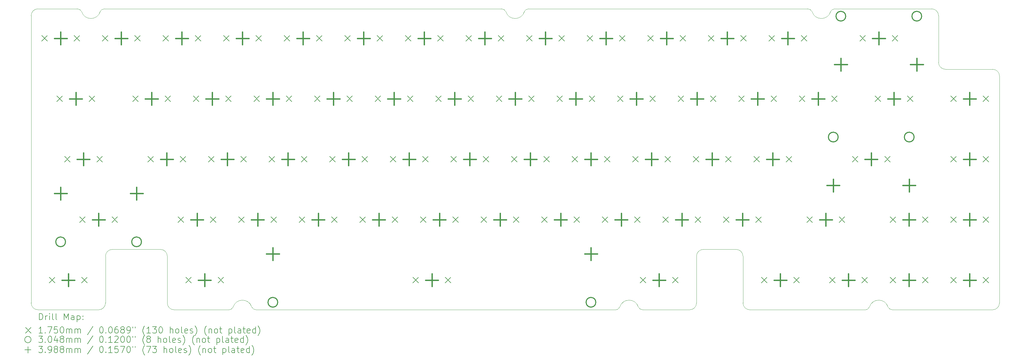
<source format=gbr>
%FSLAX45Y45*%
G04 Gerber Fmt 4.5, Leading zero omitted, Abs format (unit mm)*
G04 Created by KiCad (PCBNEW (6.0.1)) date 2022-06-10 16:34:41*
%MOMM*%
%LPD*%
G01*
G04 APERTURE LIST*
%TA.AperFunction,Profile*%
%ADD10C,0.050000*%
%TD*%
%ADD11C,0.200000*%
%ADD12C,0.175000*%
%ADD13C,0.304800*%
%ADD14C,0.398780*%
G04 APERTURE END LIST*
D10*
X19329400Y-11176000D02*
X20802600Y-11176222D01*
X2438400Y-10960100D02*
X2438400Y-9486900D01*
X30540960Y-10960100D02*
X30543500Y-3810000D01*
X7035800Y-11087100D02*
G75*
G03*
X6451600Y-11087100I-292100J-88984D01*
G01*
X317764Y-11175736D02*
X2222500Y-11176000D01*
X22479000Y-10960100D02*
G75*
G03*
X22694900Y-11176000I215900J0D01*
G01*
X2406463Y-1689100D02*
G75*
G03*
X2273300Y-1778000I0J-144183D01*
G01*
X30543500Y-3810000D02*
G75*
G03*
X30327600Y-3594100I-215900J0D01*
G01*
X22694900Y-11176000D02*
X26320937Y-11176000D01*
X7175500Y-11176000D02*
X18472337Y-11176000D01*
X4381500Y-9486900D02*
G75*
G03*
X4165600Y-9271000I-215900J0D01*
G01*
X19189700Y-11087100D02*
G75*
G03*
X18605500Y-11087100I-292100J-88984D01*
G01*
X2222500Y-11176000D02*
G75*
G03*
X2438400Y-10960100I0J215900D01*
G01*
X18472337Y-11176000D02*
G75*
G03*
X18605500Y-11087100I0J144183D01*
G01*
X24511000Y-1689100D02*
X15741463Y-1689100D01*
X14884400Y-1689100D02*
X2406463Y-1689100D01*
X28625800Y-1905000D02*
G75*
G03*
X28409900Y-1688854I-216146J0D01*
G01*
X28409900Y-1688854D02*
X27171463Y-1688630D01*
X28626064Y-3377936D02*
X28625800Y-1905000D01*
X27171463Y-1688630D02*
X25368063Y-1689100D01*
X101864Y-10959836D02*
X101864Y-1905264D01*
X28626064Y-3377936D02*
G75*
G03*
X28841964Y-3593836I215900J0D01*
G01*
X26320937Y-11176000D02*
G75*
G03*
X26454100Y-11087100I0J144183D01*
G01*
X7035800Y-11087100D02*
G75*
G03*
X7175500Y-11176000I139700J65314D01*
G01*
X27038300Y-11087100D02*
G75*
G03*
X26454100Y-11087100I-292100J-88984D01*
G01*
X22479000Y-9486900D02*
X22479000Y-10960100D01*
X2654300Y-9271000D02*
G75*
G03*
X2438400Y-9486900I0J-215900D01*
G01*
X4381764Y-10959836D02*
G75*
G03*
X4597664Y-11175736I215900J0D01*
G01*
X27178000Y-11176000D02*
X30325060Y-11176000D01*
X317764Y-1689364D02*
G75*
G03*
X101864Y-1905264I0J-215900D01*
G01*
X22479000Y-9486900D02*
G75*
G03*
X22263100Y-9271000I-215900J0D01*
G01*
X24650700Y-1778000D02*
G75*
G03*
X25234900Y-1778000I292100J88984D01*
G01*
X6318437Y-11176000D02*
G75*
G03*
X6451600Y-11087100I0J144183D01*
G01*
X4381500Y-9486900D02*
X4381764Y-10959836D01*
X30327600Y-3594100D02*
X28841964Y-3593836D01*
X21234400Y-9271000D02*
X22263100Y-9271000D01*
X30325060Y-11176000D02*
G75*
G03*
X30540960Y-10960100I0J215900D01*
G01*
X4597664Y-11175736D02*
X6318437Y-11176000D01*
X1689100Y-1778000D02*
G75*
G03*
X2273300Y-1778000I292100J88984D01*
G01*
X20802600Y-11176222D02*
G75*
G03*
X21018500Y-10960100I-222J216122D01*
G01*
X25368063Y-1689100D02*
G75*
G03*
X25234900Y-1778000I0J-144183D01*
G01*
X1549400Y-1689100D02*
X317764Y-1689364D01*
X15024100Y-1778000D02*
G75*
G03*
X15608300Y-1778000I292100J88984D01*
G01*
X101864Y-10959836D02*
G75*
G03*
X317764Y-11175736I215900J0D01*
G01*
X15741463Y-1689100D02*
G75*
G03*
X15608300Y-1778000I0J-144183D01*
G01*
X24650700Y-1778000D02*
G75*
G03*
X24511000Y-1689100I-139700J-65314D01*
G01*
X2654300Y-9271000D02*
X4165600Y-9271000D01*
X21018500Y-10960100D02*
X21018500Y-9486900D01*
X27038300Y-11087100D02*
G75*
G03*
X27178000Y-11176000I139700J65314D01*
G01*
X15024100Y-1778000D02*
G75*
G03*
X14884400Y-1689100I-139700J-65314D01*
G01*
X21234400Y-9271000D02*
G75*
G03*
X21018500Y-9486900I0J-215900D01*
G01*
X19189700Y-11087100D02*
G75*
G03*
X19329400Y-11176000I139700J65314D01*
G01*
X1689100Y-1778000D02*
G75*
G03*
X1549400Y-1689100I-139700J-65314D01*
G01*
D11*
D12*
X436375Y-2531875D02*
X611375Y-2706875D01*
X611375Y-2531875D02*
X436375Y-2706875D01*
X674500Y-10151875D02*
X849500Y-10326875D01*
X849500Y-10151875D02*
X674500Y-10326875D01*
X912625Y-4436875D02*
X1087625Y-4611875D01*
X1087625Y-4436875D02*
X912625Y-4611875D01*
X1150750Y-6341875D02*
X1325750Y-6516875D01*
X1325750Y-6341875D02*
X1150750Y-6516875D01*
X1452375Y-2531875D02*
X1627375Y-2706875D01*
X1627375Y-2531875D02*
X1452375Y-2706875D01*
X1627000Y-8246875D02*
X1802000Y-8421875D01*
X1802000Y-8246875D02*
X1627000Y-8421875D01*
X1690500Y-10151875D02*
X1865500Y-10326875D01*
X1865500Y-10151875D02*
X1690500Y-10326875D01*
X1928625Y-4436875D02*
X2103625Y-4611875D01*
X2103625Y-4436875D02*
X1928625Y-4611875D01*
X2166750Y-6341875D02*
X2341750Y-6516875D01*
X2341750Y-6341875D02*
X2166750Y-6516875D01*
X2341375Y-2531875D02*
X2516375Y-2706875D01*
X2516375Y-2531875D02*
X2341375Y-2706875D01*
X2643000Y-8246875D02*
X2818000Y-8421875D01*
X2818000Y-8246875D02*
X2643000Y-8421875D01*
X3293875Y-4436875D02*
X3468875Y-4611875D01*
X3468875Y-4436875D02*
X3293875Y-4611875D01*
X3357375Y-2531875D02*
X3532375Y-2706875D01*
X3532375Y-2531875D02*
X3357375Y-2706875D01*
X3770125Y-6341875D02*
X3945125Y-6516875D01*
X3945125Y-6341875D02*
X3770125Y-6516875D01*
X4246375Y-2531875D02*
X4421375Y-2706875D01*
X4421375Y-2531875D02*
X4246375Y-2706875D01*
X4309875Y-4436875D02*
X4484875Y-4611875D01*
X4484875Y-4436875D02*
X4309875Y-4611875D01*
X4722625Y-8246875D02*
X4897625Y-8421875D01*
X4897625Y-8246875D02*
X4722625Y-8421875D01*
X4786125Y-6341875D02*
X4961125Y-6516875D01*
X4961125Y-6341875D02*
X4786125Y-6516875D01*
X4960750Y-10151875D02*
X5135750Y-10326875D01*
X5135750Y-10151875D02*
X4960750Y-10326875D01*
X5198875Y-4436875D02*
X5373875Y-4611875D01*
X5373875Y-4436875D02*
X5198875Y-4611875D01*
X5262375Y-2531875D02*
X5437375Y-2706875D01*
X5437375Y-2531875D02*
X5262375Y-2706875D01*
X5675125Y-6341875D02*
X5850125Y-6516875D01*
X5850125Y-6341875D02*
X5675125Y-6516875D01*
X5738625Y-8246875D02*
X5913625Y-8421875D01*
X5913625Y-8246875D02*
X5738625Y-8421875D01*
X5976750Y-10151875D02*
X6151750Y-10326875D01*
X6151750Y-10151875D02*
X5976750Y-10326875D01*
X6151375Y-2531875D02*
X6326375Y-2706875D01*
X6326375Y-2531875D02*
X6151375Y-2706875D01*
X6214875Y-4436875D02*
X6389875Y-4611875D01*
X6389875Y-4436875D02*
X6214875Y-4611875D01*
X6627625Y-8246875D02*
X6802625Y-8421875D01*
X6802625Y-8246875D02*
X6627625Y-8421875D01*
X6691125Y-6341875D02*
X6866125Y-6516875D01*
X6866125Y-6341875D02*
X6691125Y-6516875D01*
X7103875Y-4436875D02*
X7278875Y-4611875D01*
X7278875Y-4436875D02*
X7103875Y-4611875D01*
X7167375Y-2531875D02*
X7342375Y-2706875D01*
X7342375Y-2531875D02*
X7167375Y-2706875D01*
X7580125Y-6341875D02*
X7755125Y-6516875D01*
X7755125Y-6341875D02*
X7580125Y-6516875D01*
X7643625Y-8246875D02*
X7818625Y-8421875D01*
X7818625Y-8246875D02*
X7643625Y-8421875D01*
X8056375Y-2531875D02*
X8231375Y-2706875D01*
X8231375Y-2531875D02*
X8056375Y-2706875D01*
X8119875Y-4436875D02*
X8294875Y-4611875D01*
X8294875Y-4436875D02*
X8119875Y-4611875D01*
X8532625Y-8246875D02*
X8707625Y-8421875D01*
X8707625Y-8246875D02*
X8532625Y-8421875D01*
X8596125Y-6341875D02*
X8771125Y-6516875D01*
X8771125Y-6341875D02*
X8596125Y-6516875D01*
X9008875Y-4436875D02*
X9183875Y-4611875D01*
X9183875Y-4436875D02*
X9008875Y-4611875D01*
X9072375Y-2531875D02*
X9247375Y-2706875D01*
X9247375Y-2531875D02*
X9072375Y-2706875D01*
X9485125Y-6341875D02*
X9660125Y-6516875D01*
X9660125Y-6341875D02*
X9485125Y-6516875D01*
X9548625Y-8246875D02*
X9723625Y-8421875D01*
X9723625Y-8246875D02*
X9548625Y-8421875D01*
X9961375Y-2531875D02*
X10136375Y-2706875D01*
X10136375Y-2531875D02*
X9961375Y-2706875D01*
X10024875Y-4436875D02*
X10199875Y-4611875D01*
X10199875Y-4436875D02*
X10024875Y-4611875D01*
X10437625Y-8246875D02*
X10612625Y-8421875D01*
X10612625Y-8246875D02*
X10437625Y-8421875D01*
X10501125Y-6341875D02*
X10676125Y-6516875D01*
X10676125Y-6341875D02*
X10501125Y-6516875D01*
X10913875Y-4436875D02*
X11088875Y-4611875D01*
X11088875Y-4436875D02*
X10913875Y-4611875D01*
X10977375Y-2531875D02*
X11152375Y-2706875D01*
X11152375Y-2531875D02*
X10977375Y-2706875D01*
X11390125Y-6341875D02*
X11565125Y-6516875D01*
X11565125Y-6341875D02*
X11390125Y-6516875D01*
X11453625Y-8246875D02*
X11628625Y-8421875D01*
X11628625Y-8246875D02*
X11453625Y-8421875D01*
X11866375Y-2531875D02*
X12041375Y-2706875D01*
X12041375Y-2531875D02*
X11866375Y-2706875D01*
X11929875Y-4436875D02*
X12104875Y-4611875D01*
X12104875Y-4436875D02*
X11929875Y-4611875D01*
X12104500Y-10151875D02*
X12279500Y-10326875D01*
X12279500Y-10151875D02*
X12104500Y-10326875D01*
X12342625Y-8246875D02*
X12517625Y-8421875D01*
X12517625Y-8246875D02*
X12342625Y-8421875D01*
X12406125Y-6341875D02*
X12581125Y-6516875D01*
X12581125Y-6341875D02*
X12406125Y-6516875D01*
X12818875Y-4436875D02*
X12993875Y-4611875D01*
X12993875Y-4436875D02*
X12818875Y-4611875D01*
X12882375Y-2531875D02*
X13057375Y-2706875D01*
X13057375Y-2531875D02*
X12882375Y-2706875D01*
X13120500Y-10151875D02*
X13295500Y-10326875D01*
X13295500Y-10151875D02*
X13120500Y-10326875D01*
X13295125Y-6341875D02*
X13470125Y-6516875D01*
X13470125Y-6341875D02*
X13295125Y-6516875D01*
X13358625Y-8246875D02*
X13533625Y-8421875D01*
X13533625Y-8246875D02*
X13358625Y-8421875D01*
X13771375Y-2531875D02*
X13946375Y-2706875D01*
X13946375Y-2531875D02*
X13771375Y-2706875D01*
X13834875Y-4436875D02*
X14009875Y-4611875D01*
X14009875Y-4436875D02*
X13834875Y-4611875D01*
X14247625Y-8246875D02*
X14422625Y-8421875D01*
X14422625Y-8246875D02*
X14247625Y-8421875D01*
X14311125Y-6341875D02*
X14486125Y-6516875D01*
X14486125Y-6341875D02*
X14311125Y-6516875D01*
X14723875Y-4436875D02*
X14898875Y-4611875D01*
X14898875Y-4436875D02*
X14723875Y-4611875D01*
X14787375Y-2531875D02*
X14962375Y-2706875D01*
X14962375Y-2531875D02*
X14787375Y-2706875D01*
X15200125Y-6341875D02*
X15375125Y-6516875D01*
X15375125Y-6341875D02*
X15200125Y-6516875D01*
X15263625Y-8246875D02*
X15438625Y-8421875D01*
X15438625Y-8246875D02*
X15263625Y-8421875D01*
X15676375Y-2531875D02*
X15851375Y-2706875D01*
X15851375Y-2531875D02*
X15676375Y-2706875D01*
X15739875Y-4436875D02*
X15914875Y-4611875D01*
X15914875Y-4436875D02*
X15739875Y-4611875D01*
X16152625Y-8246875D02*
X16327625Y-8421875D01*
X16327625Y-8246875D02*
X16152625Y-8421875D01*
X16216125Y-6341875D02*
X16391125Y-6516875D01*
X16391125Y-6341875D02*
X16216125Y-6516875D01*
X16628875Y-4436875D02*
X16803875Y-4611875D01*
X16803875Y-4436875D02*
X16628875Y-4611875D01*
X16692375Y-2531875D02*
X16867375Y-2706875D01*
X16867375Y-2531875D02*
X16692375Y-2706875D01*
X17105125Y-6341875D02*
X17280125Y-6516875D01*
X17280125Y-6341875D02*
X17105125Y-6516875D01*
X17168625Y-8246875D02*
X17343625Y-8421875D01*
X17343625Y-8246875D02*
X17168625Y-8421875D01*
X17581375Y-2531875D02*
X17756375Y-2706875D01*
X17756375Y-2531875D02*
X17581375Y-2706875D01*
X17644875Y-4436875D02*
X17819875Y-4611875D01*
X17819875Y-4436875D02*
X17644875Y-4611875D01*
X18057625Y-8246875D02*
X18232625Y-8421875D01*
X18232625Y-8246875D02*
X18057625Y-8421875D01*
X18121125Y-6341875D02*
X18296125Y-6516875D01*
X18296125Y-6341875D02*
X18121125Y-6516875D01*
X18533875Y-4436875D02*
X18708875Y-4611875D01*
X18708875Y-4436875D02*
X18533875Y-4611875D01*
X18597375Y-2531875D02*
X18772375Y-2706875D01*
X18772375Y-2531875D02*
X18597375Y-2706875D01*
X19010125Y-6341875D02*
X19185125Y-6516875D01*
X19185125Y-6341875D02*
X19010125Y-6516875D01*
X19073625Y-8246875D02*
X19248625Y-8421875D01*
X19248625Y-8246875D02*
X19073625Y-8421875D01*
X19248250Y-10151875D02*
X19423250Y-10326875D01*
X19423250Y-10151875D02*
X19248250Y-10326875D01*
X19486375Y-2531875D02*
X19661375Y-2706875D01*
X19661375Y-2531875D02*
X19486375Y-2706875D01*
X19549875Y-4436875D02*
X19724875Y-4611875D01*
X19724875Y-4436875D02*
X19549875Y-4611875D01*
X19962625Y-8246875D02*
X20137625Y-8421875D01*
X20137625Y-8246875D02*
X19962625Y-8421875D01*
X20026125Y-6341875D02*
X20201125Y-6516875D01*
X20201125Y-6341875D02*
X20026125Y-6516875D01*
X20264250Y-10151875D02*
X20439250Y-10326875D01*
X20439250Y-10151875D02*
X20264250Y-10326875D01*
X20438875Y-4436875D02*
X20613875Y-4611875D01*
X20613875Y-4436875D02*
X20438875Y-4611875D01*
X20502375Y-2531875D02*
X20677375Y-2706875D01*
X20677375Y-2531875D02*
X20502375Y-2706875D01*
X20915125Y-6341875D02*
X21090125Y-6516875D01*
X21090125Y-6341875D02*
X20915125Y-6516875D01*
X20978625Y-8246875D02*
X21153625Y-8421875D01*
X21153625Y-8246875D02*
X20978625Y-8421875D01*
X21391375Y-2531875D02*
X21566375Y-2706875D01*
X21566375Y-2531875D02*
X21391375Y-2706875D01*
X21454875Y-4436875D02*
X21629875Y-4611875D01*
X21629875Y-4436875D02*
X21454875Y-4611875D01*
X21867625Y-8246875D02*
X22042625Y-8421875D01*
X22042625Y-8246875D02*
X21867625Y-8421875D01*
X21931125Y-6341875D02*
X22106125Y-6516875D01*
X22106125Y-6341875D02*
X21931125Y-6516875D01*
X22343875Y-4436875D02*
X22518875Y-4611875D01*
X22518875Y-4436875D02*
X22343875Y-4611875D01*
X22407375Y-2531875D02*
X22582375Y-2706875D01*
X22582375Y-2531875D02*
X22407375Y-2706875D01*
X22820125Y-6341875D02*
X22995125Y-6516875D01*
X22995125Y-6341875D02*
X22820125Y-6516875D01*
X22883625Y-8246875D02*
X23058625Y-8421875D01*
X23058625Y-8246875D02*
X22883625Y-8421875D01*
X23058250Y-10151875D02*
X23233250Y-10326875D01*
X23233250Y-10151875D02*
X23058250Y-10326875D01*
X23296375Y-2531875D02*
X23471375Y-2706875D01*
X23471375Y-2531875D02*
X23296375Y-2706875D01*
X23359875Y-4436875D02*
X23534875Y-4611875D01*
X23534875Y-4436875D02*
X23359875Y-4611875D01*
X23836125Y-6341875D02*
X24011125Y-6516875D01*
X24011125Y-6341875D02*
X23836125Y-6516875D01*
X24074250Y-10151875D02*
X24249250Y-10326875D01*
X24249250Y-10151875D02*
X24074250Y-10326875D01*
X24248875Y-4436875D02*
X24423875Y-4611875D01*
X24423875Y-4436875D02*
X24248875Y-4611875D01*
X24312375Y-2531875D02*
X24487375Y-2706875D01*
X24487375Y-2531875D02*
X24312375Y-2706875D01*
X24487000Y-8246875D02*
X24662000Y-8421875D01*
X24662000Y-8246875D02*
X24487000Y-8421875D01*
X25201375Y-10151875D02*
X25376375Y-10326875D01*
X25376375Y-10151875D02*
X25201375Y-10326875D01*
X25264875Y-4436875D02*
X25439875Y-4611875D01*
X25439875Y-4436875D02*
X25264875Y-4611875D01*
X25503000Y-8246875D02*
X25678000Y-8421875D01*
X25678000Y-8246875D02*
X25503000Y-8421875D01*
X25915750Y-6341875D02*
X26090750Y-6516875D01*
X26090750Y-6341875D02*
X25915750Y-6516875D01*
X26153875Y-2531875D02*
X26328875Y-2706875D01*
X26328875Y-2531875D02*
X26153875Y-2706875D01*
X26217375Y-10151875D02*
X26392375Y-10326875D01*
X26392375Y-10151875D02*
X26217375Y-10326875D01*
X26630125Y-4436875D02*
X26805125Y-4611875D01*
X26805125Y-4436875D02*
X26630125Y-4611875D01*
X26931750Y-6341875D02*
X27106750Y-6516875D01*
X27106750Y-6341875D02*
X26931750Y-6516875D01*
X27106375Y-8246875D02*
X27281375Y-8421875D01*
X27281375Y-8246875D02*
X27106375Y-8421875D01*
X27106375Y-10151875D02*
X27281375Y-10326875D01*
X27281375Y-10151875D02*
X27106375Y-10326875D01*
X27169875Y-2531875D02*
X27344875Y-2706875D01*
X27344875Y-2531875D02*
X27169875Y-2706875D01*
X27646125Y-4436875D02*
X27821125Y-4611875D01*
X27821125Y-4436875D02*
X27646125Y-4611875D01*
X28122375Y-8246875D02*
X28297375Y-8421875D01*
X28297375Y-8246875D02*
X28122375Y-8421875D01*
X28122375Y-10151875D02*
X28297375Y-10326875D01*
X28297375Y-10151875D02*
X28122375Y-10326875D01*
X29011375Y-4436875D02*
X29186375Y-4611875D01*
X29186375Y-4436875D02*
X29011375Y-4611875D01*
X29011375Y-6341875D02*
X29186375Y-6516875D01*
X29186375Y-6341875D02*
X29011375Y-6516875D01*
X29011375Y-8246875D02*
X29186375Y-8421875D01*
X29186375Y-8246875D02*
X29011375Y-8421875D01*
X29011375Y-10151875D02*
X29186375Y-10326875D01*
X29186375Y-10151875D02*
X29011375Y-10326875D01*
X30027375Y-4436875D02*
X30202375Y-4611875D01*
X30202375Y-4436875D02*
X30027375Y-4611875D01*
X30027375Y-6341875D02*
X30202375Y-6516875D01*
X30202375Y-6341875D02*
X30027375Y-6516875D01*
X30027375Y-8246875D02*
X30202375Y-8421875D01*
X30202375Y-8246875D02*
X30027375Y-8421875D01*
X30027375Y-10151875D02*
X30202375Y-10326875D01*
X30202375Y-10151875D02*
X30027375Y-10326875D01*
D13*
X1181100Y-9032875D02*
G75*
G03*
X1181100Y-9032875I-152400J0D01*
G01*
X3568700Y-9032875D02*
G75*
G03*
X3568700Y-9032875I-152400J0D01*
G01*
X7852410Y-10937875D02*
G75*
G03*
X7852410Y-10937875I-152400J0D01*
G01*
X17852390Y-10937875D02*
G75*
G03*
X17852390Y-10937875I-152400J0D01*
G01*
X25469850Y-5730875D02*
G75*
G03*
X25469850Y-5730875I-152400J0D01*
G01*
X25707975Y-1920875D02*
G75*
G03*
X25707975Y-1920875I-152400J0D01*
G01*
X27857450Y-5730875D02*
G75*
G03*
X27857450Y-5730875I-152400J0D01*
G01*
X28095575Y-1920875D02*
G75*
G03*
X28095575Y-1920875I-152400J0D01*
G01*
D14*
X1028700Y-7309485D02*
X1028700Y-7708265D01*
X829310Y-7508875D02*
X1228090Y-7508875D01*
X1031875Y-2419985D02*
X1031875Y-2818765D01*
X832485Y-2619375D02*
X1231265Y-2619375D01*
X1270000Y-10039985D02*
X1270000Y-10438765D01*
X1070610Y-10239375D02*
X1469390Y-10239375D01*
X1508125Y-4324985D02*
X1508125Y-4723765D01*
X1308735Y-4524375D02*
X1707515Y-4524375D01*
X1746250Y-6229985D02*
X1746250Y-6628765D01*
X1546860Y-6429375D02*
X1945640Y-6429375D01*
X2222500Y-8134985D02*
X2222500Y-8533765D01*
X2023110Y-8334375D02*
X2421890Y-8334375D01*
X2936875Y-2419985D02*
X2936875Y-2818765D01*
X2737485Y-2619375D02*
X3136265Y-2619375D01*
X3416300Y-7309485D02*
X3416300Y-7708265D01*
X3216910Y-7508875D02*
X3615690Y-7508875D01*
X3889375Y-4324985D02*
X3889375Y-4723765D01*
X3689985Y-4524375D02*
X4088765Y-4524375D01*
X4365625Y-6229985D02*
X4365625Y-6628765D01*
X4166235Y-6429375D02*
X4565015Y-6429375D01*
X4841875Y-2419985D02*
X4841875Y-2818765D01*
X4642485Y-2619375D02*
X5041265Y-2619375D01*
X5318125Y-8134985D02*
X5318125Y-8533765D01*
X5118735Y-8334375D02*
X5517515Y-8334375D01*
X5556250Y-10039985D02*
X5556250Y-10438765D01*
X5356860Y-10239375D02*
X5755640Y-10239375D01*
X5794375Y-4324985D02*
X5794375Y-4723765D01*
X5594985Y-4524375D02*
X5993765Y-4524375D01*
X6270625Y-6229985D02*
X6270625Y-6628765D01*
X6071235Y-6429375D02*
X6470015Y-6429375D01*
X6746875Y-2419985D02*
X6746875Y-2818765D01*
X6547485Y-2619375D02*
X6946265Y-2619375D01*
X7223125Y-8134985D02*
X7223125Y-8533765D01*
X7023735Y-8334375D02*
X7422515Y-8334375D01*
X7699375Y-4324985D02*
X7699375Y-4723765D01*
X7499985Y-4524375D02*
X7898765Y-4524375D01*
X7700010Y-9214485D02*
X7700010Y-9613265D01*
X7500620Y-9413875D02*
X7899400Y-9413875D01*
X8175625Y-6229985D02*
X8175625Y-6628765D01*
X7976235Y-6429375D02*
X8375015Y-6429375D01*
X8651875Y-2419985D02*
X8651875Y-2818765D01*
X8452485Y-2619375D02*
X8851265Y-2619375D01*
X9128125Y-8134985D02*
X9128125Y-8533765D01*
X8928735Y-8334375D02*
X9327515Y-8334375D01*
X9604375Y-4324985D02*
X9604375Y-4723765D01*
X9404985Y-4524375D02*
X9803765Y-4524375D01*
X10080625Y-6229985D02*
X10080625Y-6628765D01*
X9881235Y-6429375D02*
X10280015Y-6429375D01*
X10556875Y-2419985D02*
X10556875Y-2818765D01*
X10357485Y-2619375D02*
X10756265Y-2619375D01*
X11033125Y-8134985D02*
X11033125Y-8533765D01*
X10833735Y-8334375D02*
X11232515Y-8334375D01*
X11509375Y-4324985D02*
X11509375Y-4723765D01*
X11309985Y-4524375D02*
X11708765Y-4524375D01*
X11985625Y-6229985D02*
X11985625Y-6628765D01*
X11786235Y-6429375D02*
X12185015Y-6429375D01*
X12461875Y-2419985D02*
X12461875Y-2818765D01*
X12262485Y-2619375D02*
X12661265Y-2619375D01*
X12700000Y-10039985D02*
X12700000Y-10438765D01*
X12500610Y-10239375D02*
X12899390Y-10239375D01*
X12938125Y-8134985D02*
X12938125Y-8533765D01*
X12738735Y-8334375D02*
X13137515Y-8334375D01*
X13414375Y-4324985D02*
X13414375Y-4723765D01*
X13214985Y-4524375D02*
X13613765Y-4524375D01*
X13890625Y-6229985D02*
X13890625Y-6628765D01*
X13691235Y-6429375D02*
X14090015Y-6429375D01*
X14366875Y-2419985D02*
X14366875Y-2818765D01*
X14167485Y-2619375D02*
X14566265Y-2619375D01*
X14843125Y-8134985D02*
X14843125Y-8533765D01*
X14643735Y-8334375D02*
X15042515Y-8334375D01*
X15319375Y-4324985D02*
X15319375Y-4723765D01*
X15119985Y-4524375D02*
X15518765Y-4524375D01*
X15795625Y-6229985D02*
X15795625Y-6628765D01*
X15596235Y-6429375D02*
X15995015Y-6429375D01*
X16271875Y-2419985D02*
X16271875Y-2818765D01*
X16072485Y-2619375D02*
X16471265Y-2619375D01*
X16748125Y-8134985D02*
X16748125Y-8533765D01*
X16548735Y-8334375D02*
X16947515Y-8334375D01*
X17224375Y-4324985D02*
X17224375Y-4723765D01*
X17024985Y-4524375D02*
X17423765Y-4524375D01*
X17699990Y-9214485D02*
X17699990Y-9613265D01*
X17500600Y-9413875D02*
X17899380Y-9413875D01*
X17700625Y-6229985D02*
X17700625Y-6628765D01*
X17501235Y-6429375D02*
X17900015Y-6429375D01*
X18176875Y-2419985D02*
X18176875Y-2818765D01*
X17977485Y-2619375D02*
X18376265Y-2619375D01*
X18653125Y-8134985D02*
X18653125Y-8533765D01*
X18453735Y-8334375D02*
X18852515Y-8334375D01*
X19129375Y-4324985D02*
X19129375Y-4723765D01*
X18929985Y-4524375D02*
X19328765Y-4524375D01*
X19605625Y-6229985D02*
X19605625Y-6628765D01*
X19406235Y-6429375D02*
X19805015Y-6429375D01*
X19843750Y-10039985D02*
X19843750Y-10438765D01*
X19644360Y-10239375D02*
X20043140Y-10239375D01*
X20081875Y-2419985D02*
X20081875Y-2818765D01*
X19882485Y-2619375D02*
X20281265Y-2619375D01*
X20558125Y-8134985D02*
X20558125Y-8533765D01*
X20358735Y-8334375D02*
X20757515Y-8334375D01*
X21034375Y-4324985D02*
X21034375Y-4723765D01*
X20834985Y-4524375D02*
X21233765Y-4524375D01*
X21510625Y-6229985D02*
X21510625Y-6628765D01*
X21311235Y-6429375D02*
X21710015Y-6429375D01*
X21986875Y-2419985D02*
X21986875Y-2818765D01*
X21787485Y-2619375D02*
X22186265Y-2619375D01*
X22463125Y-8134985D02*
X22463125Y-8533765D01*
X22263735Y-8334375D02*
X22662515Y-8334375D01*
X22939375Y-4324985D02*
X22939375Y-4723765D01*
X22739985Y-4524375D02*
X23138765Y-4524375D01*
X23415625Y-6229985D02*
X23415625Y-6628765D01*
X23216235Y-6429375D02*
X23615015Y-6429375D01*
X23653750Y-10039985D02*
X23653750Y-10438765D01*
X23454360Y-10239375D02*
X23853140Y-10239375D01*
X23891875Y-2419985D02*
X23891875Y-2818765D01*
X23692485Y-2619375D02*
X24091265Y-2619375D01*
X24844375Y-4324985D02*
X24844375Y-4723765D01*
X24644985Y-4524375D02*
X25043765Y-4524375D01*
X25082500Y-8134985D02*
X25082500Y-8533765D01*
X24883110Y-8334375D02*
X25281890Y-8334375D01*
X25317450Y-7055485D02*
X25317450Y-7454265D01*
X25118060Y-7254875D02*
X25516840Y-7254875D01*
X25555575Y-3245485D02*
X25555575Y-3644265D01*
X25356185Y-3444875D02*
X25754965Y-3444875D01*
X25796875Y-10039985D02*
X25796875Y-10438765D01*
X25597485Y-10239375D02*
X25996265Y-10239375D01*
X26511250Y-6229985D02*
X26511250Y-6628765D01*
X26311860Y-6429375D02*
X26710640Y-6429375D01*
X26749375Y-2419985D02*
X26749375Y-2818765D01*
X26549985Y-2619375D02*
X26948765Y-2619375D01*
X27225625Y-4324985D02*
X27225625Y-4723765D01*
X27026235Y-4524375D02*
X27425015Y-4524375D01*
X27701875Y-8134985D02*
X27701875Y-8533765D01*
X27502485Y-8334375D02*
X27901265Y-8334375D01*
X27701875Y-10039985D02*
X27701875Y-10438765D01*
X27502485Y-10239375D02*
X27901265Y-10239375D01*
X27705050Y-7055485D02*
X27705050Y-7454265D01*
X27505660Y-7254875D02*
X27904440Y-7254875D01*
X27943175Y-3245485D02*
X27943175Y-3644265D01*
X27743785Y-3444875D02*
X28142565Y-3444875D01*
X29606875Y-4324985D02*
X29606875Y-4723765D01*
X29407485Y-4524375D02*
X29806265Y-4524375D01*
X29606875Y-6229985D02*
X29606875Y-6628765D01*
X29407485Y-6429375D02*
X29806265Y-6429375D01*
X29606875Y-8134985D02*
X29606875Y-8533765D01*
X29407485Y-8334375D02*
X29806265Y-8334375D01*
X29606875Y-10039985D02*
X29606875Y-10438765D01*
X29407485Y-10239375D02*
X29806265Y-10239375D01*
D11*
X356983Y-11489198D02*
X356983Y-11289198D01*
X404602Y-11289198D01*
X433174Y-11298722D01*
X452221Y-11317770D01*
X461745Y-11336817D01*
X471269Y-11374913D01*
X471269Y-11403484D01*
X461745Y-11441579D01*
X452221Y-11460627D01*
X433174Y-11479675D01*
X404602Y-11489198D01*
X356983Y-11489198D01*
X556983Y-11489198D02*
X556983Y-11355865D01*
X556983Y-11393960D02*
X566507Y-11374913D01*
X576031Y-11365389D01*
X595079Y-11355865D01*
X614126Y-11355865D01*
X680793Y-11489198D02*
X680793Y-11355865D01*
X680793Y-11289198D02*
X671269Y-11298722D01*
X680793Y-11308246D01*
X690317Y-11298722D01*
X680793Y-11289198D01*
X680793Y-11308246D01*
X804602Y-11489198D02*
X785555Y-11479675D01*
X776031Y-11460627D01*
X776031Y-11289198D01*
X909364Y-11489198D02*
X890317Y-11479675D01*
X880793Y-11460627D01*
X880793Y-11289198D01*
X1137936Y-11489198D02*
X1137936Y-11289198D01*
X1204602Y-11432056D01*
X1271269Y-11289198D01*
X1271269Y-11489198D01*
X1452221Y-11489198D02*
X1452221Y-11384436D01*
X1442698Y-11365389D01*
X1423650Y-11355865D01*
X1385555Y-11355865D01*
X1366507Y-11365389D01*
X1452221Y-11479675D02*
X1433174Y-11489198D01*
X1385555Y-11489198D01*
X1366507Y-11479675D01*
X1356983Y-11460627D01*
X1356983Y-11441579D01*
X1366507Y-11422532D01*
X1385555Y-11413008D01*
X1433174Y-11413008D01*
X1452221Y-11403484D01*
X1547460Y-11355865D02*
X1547460Y-11555865D01*
X1547460Y-11365389D02*
X1566507Y-11355865D01*
X1604602Y-11355865D01*
X1623650Y-11365389D01*
X1633174Y-11374913D01*
X1642698Y-11393960D01*
X1642698Y-11451103D01*
X1633174Y-11470151D01*
X1623650Y-11479675D01*
X1604602Y-11489198D01*
X1566507Y-11489198D01*
X1547460Y-11479675D01*
X1728412Y-11470151D02*
X1737936Y-11479675D01*
X1728412Y-11489198D01*
X1718888Y-11479675D01*
X1728412Y-11470151D01*
X1728412Y-11489198D01*
X1728412Y-11365389D02*
X1737936Y-11374913D01*
X1728412Y-11384436D01*
X1718888Y-11374913D01*
X1728412Y-11365389D01*
X1728412Y-11384436D01*
D12*
X-75636Y-11731222D02*
X99364Y-11906222D01*
X99364Y-11731222D02*
X-75636Y-11906222D01*
D11*
X461745Y-11909198D02*
X347460Y-11909198D01*
X404602Y-11909198D02*
X404602Y-11709198D01*
X385555Y-11737770D01*
X366507Y-11756817D01*
X347460Y-11766341D01*
X547460Y-11890151D02*
X556983Y-11899675D01*
X547460Y-11909198D01*
X537936Y-11899675D01*
X547460Y-11890151D01*
X547460Y-11909198D01*
X623650Y-11709198D02*
X756983Y-11709198D01*
X671269Y-11909198D01*
X928412Y-11709198D02*
X833174Y-11709198D01*
X823650Y-11804436D01*
X833174Y-11794913D01*
X852221Y-11785389D01*
X899840Y-11785389D01*
X918888Y-11794913D01*
X928412Y-11804436D01*
X937936Y-11823484D01*
X937936Y-11871103D01*
X928412Y-11890151D01*
X918888Y-11899675D01*
X899840Y-11909198D01*
X852221Y-11909198D01*
X833174Y-11899675D01*
X823650Y-11890151D01*
X1061745Y-11709198D02*
X1080793Y-11709198D01*
X1099841Y-11718722D01*
X1109364Y-11728246D01*
X1118888Y-11747294D01*
X1128412Y-11785389D01*
X1128412Y-11833008D01*
X1118888Y-11871103D01*
X1109364Y-11890151D01*
X1099841Y-11899675D01*
X1080793Y-11909198D01*
X1061745Y-11909198D01*
X1042698Y-11899675D01*
X1033174Y-11890151D01*
X1023650Y-11871103D01*
X1014126Y-11833008D01*
X1014126Y-11785389D01*
X1023650Y-11747294D01*
X1033174Y-11728246D01*
X1042698Y-11718722D01*
X1061745Y-11709198D01*
X1214126Y-11909198D02*
X1214126Y-11775865D01*
X1214126Y-11794913D02*
X1223650Y-11785389D01*
X1242698Y-11775865D01*
X1271269Y-11775865D01*
X1290317Y-11785389D01*
X1299841Y-11804436D01*
X1299841Y-11909198D01*
X1299841Y-11804436D02*
X1309364Y-11785389D01*
X1328412Y-11775865D01*
X1356983Y-11775865D01*
X1376031Y-11785389D01*
X1385555Y-11804436D01*
X1385555Y-11909198D01*
X1480793Y-11909198D02*
X1480793Y-11775865D01*
X1480793Y-11794913D02*
X1490317Y-11785389D01*
X1509364Y-11775865D01*
X1537936Y-11775865D01*
X1556983Y-11785389D01*
X1566507Y-11804436D01*
X1566507Y-11909198D01*
X1566507Y-11804436D02*
X1576031Y-11785389D01*
X1595079Y-11775865D01*
X1623650Y-11775865D01*
X1642698Y-11785389D01*
X1652221Y-11804436D01*
X1652221Y-11909198D01*
X2042698Y-11699675D02*
X1871269Y-11956817D01*
X2299841Y-11709198D02*
X2318888Y-11709198D01*
X2337936Y-11718722D01*
X2347460Y-11728246D01*
X2356983Y-11747294D01*
X2366507Y-11785389D01*
X2366507Y-11833008D01*
X2356983Y-11871103D01*
X2347460Y-11890151D01*
X2337936Y-11899675D01*
X2318888Y-11909198D01*
X2299841Y-11909198D01*
X2280793Y-11899675D01*
X2271269Y-11890151D01*
X2261745Y-11871103D01*
X2252222Y-11833008D01*
X2252222Y-11785389D01*
X2261745Y-11747294D01*
X2271269Y-11728246D01*
X2280793Y-11718722D01*
X2299841Y-11709198D01*
X2452222Y-11890151D02*
X2461745Y-11899675D01*
X2452222Y-11909198D01*
X2442698Y-11899675D01*
X2452222Y-11890151D01*
X2452222Y-11909198D01*
X2585555Y-11709198D02*
X2604602Y-11709198D01*
X2623650Y-11718722D01*
X2633174Y-11728246D01*
X2642698Y-11747294D01*
X2652222Y-11785389D01*
X2652222Y-11833008D01*
X2642698Y-11871103D01*
X2633174Y-11890151D01*
X2623650Y-11899675D01*
X2604602Y-11909198D01*
X2585555Y-11909198D01*
X2566507Y-11899675D01*
X2556983Y-11890151D01*
X2547460Y-11871103D01*
X2537936Y-11833008D01*
X2537936Y-11785389D01*
X2547460Y-11747294D01*
X2556983Y-11728246D01*
X2566507Y-11718722D01*
X2585555Y-11709198D01*
X2823650Y-11709198D02*
X2785555Y-11709198D01*
X2766507Y-11718722D01*
X2756983Y-11728246D01*
X2737936Y-11756817D01*
X2728412Y-11794913D01*
X2728412Y-11871103D01*
X2737936Y-11890151D01*
X2747460Y-11899675D01*
X2766507Y-11909198D01*
X2804602Y-11909198D01*
X2823650Y-11899675D01*
X2833174Y-11890151D01*
X2842698Y-11871103D01*
X2842698Y-11823484D01*
X2833174Y-11804436D01*
X2823650Y-11794913D01*
X2804602Y-11785389D01*
X2766507Y-11785389D01*
X2747460Y-11794913D01*
X2737936Y-11804436D01*
X2728412Y-11823484D01*
X2956983Y-11794913D02*
X2937936Y-11785389D01*
X2928412Y-11775865D01*
X2918888Y-11756817D01*
X2918888Y-11747294D01*
X2928412Y-11728246D01*
X2937936Y-11718722D01*
X2956983Y-11709198D01*
X2995079Y-11709198D01*
X3014126Y-11718722D01*
X3023650Y-11728246D01*
X3033174Y-11747294D01*
X3033174Y-11756817D01*
X3023650Y-11775865D01*
X3014126Y-11785389D01*
X2995079Y-11794913D01*
X2956983Y-11794913D01*
X2937936Y-11804436D01*
X2928412Y-11813960D01*
X2918888Y-11833008D01*
X2918888Y-11871103D01*
X2928412Y-11890151D01*
X2937936Y-11899675D01*
X2956983Y-11909198D01*
X2995079Y-11909198D01*
X3014126Y-11899675D01*
X3023650Y-11890151D01*
X3033174Y-11871103D01*
X3033174Y-11833008D01*
X3023650Y-11813960D01*
X3014126Y-11804436D01*
X2995079Y-11794913D01*
X3128412Y-11909198D02*
X3166507Y-11909198D01*
X3185555Y-11899675D01*
X3195079Y-11890151D01*
X3214126Y-11861579D01*
X3223650Y-11823484D01*
X3223650Y-11747294D01*
X3214126Y-11728246D01*
X3204602Y-11718722D01*
X3185555Y-11709198D01*
X3147460Y-11709198D01*
X3128412Y-11718722D01*
X3118888Y-11728246D01*
X3109364Y-11747294D01*
X3109364Y-11794913D01*
X3118888Y-11813960D01*
X3128412Y-11823484D01*
X3147460Y-11833008D01*
X3185555Y-11833008D01*
X3204602Y-11823484D01*
X3214126Y-11813960D01*
X3223650Y-11794913D01*
X3299840Y-11709198D02*
X3299840Y-11747294D01*
X3376031Y-11709198D02*
X3376031Y-11747294D01*
X3671269Y-11985389D02*
X3661745Y-11975865D01*
X3642698Y-11947294D01*
X3633174Y-11928246D01*
X3623650Y-11899675D01*
X3614126Y-11852056D01*
X3614126Y-11813960D01*
X3623650Y-11766341D01*
X3633174Y-11737770D01*
X3642698Y-11718722D01*
X3661745Y-11690151D01*
X3671269Y-11680627D01*
X3852221Y-11909198D02*
X3737936Y-11909198D01*
X3795079Y-11909198D02*
X3795079Y-11709198D01*
X3776031Y-11737770D01*
X3756983Y-11756817D01*
X3737936Y-11766341D01*
X3918888Y-11709198D02*
X4042698Y-11709198D01*
X3976031Y-11785389D01*
X4004602Y-11785389D01*
X4023650Y-11794913D01*
X4033174Y-11804436D01*
X4042698Y-11823484D01*
X4042698Y-11871103D01*
X4033174Y-11890151D01*
X4023650Y-11899675D01*
X4004602Y-11909198D01*
X3947460Y-11909198D01*
X3928412Y-11899675D01*
X3918888Y-11890151D01*
X4166507Y-11709198D02*
X4185555Y-11709198D01*
X4204602Y-11718722D01*
X4214126Y-11728246D01*
X4223650Y-11747294D01*
X4233174Y-11785389D01*
X4233174Y-11833008D01*
X4223650Y-11871103D01*
X4214126Y-11890151D01*
X4204602Y-11899675D01*
X4185555Y-11909198D01*
X4166507Y-11909198D01*
X4147460Y-11899675D01*
X4137936Y-11890151D01*
X4128412Y-11871103D01*
X4118888Y-11833008D01*
X4118888Y-11785389D01*
X4128412Y-11747294D01*
X4137936Y-11728246D01*
X4147460Y-11718722D01*
X4166507Y-11709198D01*
X4471269Y-11909198D02*
X4471269Y-11709198D01*
X4556983Y-11909198D02*
X4556983Y-11804436D01*
X4547460Y-11785389D01*
X4528412Y-11775865D01*
X4499841Y-11775865D01*
X4480793Y-11785389D01*
X4471269Y-11794913D01*
X4680793Y-11909198D02*
X4661745Y-11899675D01*
X4652222Y-11890151D01*
X4642698Y-11871103D01*
X4642698Y-11813960D01*
X4652222Y-11794913D01*
X4661745Y-11785389D01*
X4680793Y-11775865D01*
X4709364Y-11775865D01*
X4728412Y-11785389D01*
X4737936Y-11794913D01*
X4747460Y-11813960D01*
X4747460Y-11871103D01*
X4737936Y-11890151D01*
X4728412Y-11899675D01*
X4709364Y-11909198D01*
X4680793Y-11909198D01*
X4861745Y-11909198D02*
X4842698Y-11899675D01*
X4833174Y-11880627D01*
X4833174Y-11709198D01*
X5014126Y-11899675D02*
X4995079Y-11909198D01*
X4956983Y-11909198D01*
X4937936Y-11899675D01*
X4928412Y-11880627D01*
X4928412Y-11804436D01*
X4937936Y-11785389D01*
X4956983Y-11775865D01*
X4995079Y-11775865D01*
X5014126Y-11785389D01*
X5023650Y-11804436D01*
X5023650Y-11823484D01*
X4928412Y-11842532D01*
X5099841Y-11899675D02*
X5118888Y-11909198D01*
X5156983Y-11909198D01*
X5176031Y-11899675D01*
X5185555Y-11880627D01*
X5185555Y-11871103D01*
X5176031Y-11852056D01*
X5156983Y-11842532D01*
X5128412Y-11842532D01*
X5109364Y-11833008D01*
X5099841Y-11813960D01*
X5099841Y-11804436D01*
X5109364Y-11785389D01*
X5128412Y-11775865D01*
X5156983Y-11775865D01*
X5176031Y-11785389D01*
X5252222Y-11985389D02*
X5261745Y-11975865D01*
X5280793Y-11947294D01*
X5290317Y-11928246D01*
X5299841Y-11899675D01*
X5309364Y-11852056D01*
X5309364Y-11813960D01*
X5299841Y-11766341D01*
X5290317Y-11737770D01*
X5280793Y-11718722D01*
X5261745Y-11690151D01*
X5252222Y-11680627D01*
X5614126Y-11985389D02*
X5604602Y-11975865D01*
X5585555Y-11947294D01*
X5576031Y-11928246D01*
X5566507Y-11899675D01*
X5556983Y-11852056D01*
X5556983Y-11813960D01*
X5566507Y-11766341D01*
X5576031Y-11737770D01*
X5585555Y-11718722D01*
X5604602Y-11690151D01*
X5614126Y-11680627D01*
X5690317Y-11775865D02*
X5690317Y-11909198D01*
X5690317Y-11794913D02*
X5699840Y-11785389D01*
X5718888Y-11775865D01*
X5747460Y-11775865D01*
X5766507Y-11785389D01*
X5776031Y-11804436D01*
X5776031Y-11909198D01*
X5899840Y-11909198D02*
X5880793Y-11899675D01*
X5871269Y-11890151D01*
X5861745Y-11871103D01*
X5861745Y-11813960D01*
X5871269Y-11794913D01*
X5880793Y-11785389D01*
X5899840Y-11775865D01*
X5928412Y-11775865D01*
X5947460Y-11785389D01*
X5956983Y-11794913D01*
X5966507Y-11813960D01*
X5966507Y-11871103D01*
X5956983Y-11890151D01*
X5947460Y-11899675D01*
X5928412Y-11909198D01*
X5899840Y-11909198D01*
X6023650Y-11775865D02*
X6099840Y-11775865D01*
X6052221Y-11709198D02*
X6052221Y-11880627D01*
X6061745Y-11899675D01*
X6080793Y-11909198D01*
X6099840Y-11909198D01*
X6318888Y-11775865D02*
X6318888Y-11975865D01*
X6318888Y-11785389D02*
X6337936Y-11775865D01*
X6376031Y-11775865D01*
X6395079Y-11785389D01*
X6404602Y-11794913D01*
X6414126Y-11813960D01*
X6414126Y-11871103D01*
X6404602Y-11890151D01*
X6395079Y-11899675D01*
X6376031Y-11909198D01*
X6337936Y-11909198D01*
X6318888Y-11899675D01*
X6528412Y-11909198D02*
X6509364Y-11899675D01*
X6499840Y-11880627D01*
X6499840Y-11709198D01*
X6690317Y-11909198D02*
X6690317Y-11804436D01*
X6680793Y-11785389D01*
X6661745Y-11775865D01*
X6623650Y-11775865D01*
X6604602Y-11785389D01*
X6690317Y-11899675D02*
X6671269Y-11909198D01*
X6623650Y-11909198D01*
X6604602Y-11899675D01*
X6595079Y-11880627D01*
X6595079Y-11861579D01*
X6604602Y-11842532D01*
X6623650Y-11833008D01*
X6671269Y-11833008D01*
X6690317Y-11823484D01*
X6756983Y-11775865D02*
X6833174Y-11775865D01*
X6785555Y-11709198D02*
X6785555Y-11880627D01*
X6795079Y-11899675D01*
X6814126Y-11909198D01*
X6833174Y-11909198D01*
X6976031Y-11899675D02*
X6956983Y-11909198D01*
X6918888Y-11909198D01*
X6899840Y-11899675D01*
X6890317Y-11880627D01*
X6890317Y-11804436D01*
X6899840Y-11785389D01*
X6918888Y-11775865D01*
X6956983Y-11775865D01*
X6976031Y-11785389D01*
X6985555Y-11804436D01*
X6985555Y-11823484D01*
X6890317Y-11842532D01*
X7156983Y-11909198D02*
X7156983Y-11709198D01*
X7156983Y-11899675D02*
X7137936Y-11909198D01*
X7099840Y-11909198D01*
X7080793Y-11899675D01*
X7071269Y-11890151D01*
X7061745Y-11871103D01*
X7061745Y-11813960D01*
X7071269Y-11794913D01*
X7080793Y-11785389D01*
X7099840Y-11775865D01*
X7137936Y-11775865D01*
X7156983Y-11785389D01*
X7233174Y-11985389D02*
X7242698Y-11975865D01*
X7261745Y-11947294D01*
X7271269Y-11928246D01*
X7280793Y-11899675D01*
X7290317Y-11852056D01*
X7290317Y-11813960D01*
X7280793Y-11766341D01*
X7271269Y-11737770D01*
X7261745Y-11718722D01*
X7242698Y-11690151D01*
X7233174Y-11680627D01*
X99364Y-12113722D02*
G75*
G03*
X99364Y-12113722I-100000J0D01*
G01*
X337936Y-12004198D02*
X461745Y-12004198D01*
X395079Y-12080389D01*
X423650Y-12080389D01*
X442698Y-12089913D01*
X452221Y-12099436D01*
X461745Y-12118484D01*
X461745Y-12166103D01*
X452221Y-12185151D01*
X442698Y-12194675D01*
X423650Y-12204198D01*
X366507Y-12204198D01*
X347460Y-12194675D01*
X337936Y-12185151D01*
X547460Y-12185151D02*
X556983Y-12194675D01*
X547460Y-12204198D01*
X537936Y-12194675D01*
X547460Y-12185151D01*
X547460Y-12204198D01*
X680793Y-12004198D02*
X699840Y-12004198D01*
X718888Y-12013722D01*
X728412Y-12023246D01*
X737936Y-12042294D01*
X747460Y-12080389D01*
X747460Y-12128008D01*
X737936Y-12166103D01*
X728412Y-12185151D01*
X718888Y-12194675D01*
X699840Y-12204198D01*
X680793Y-12204198D01*
X661745Y-12194675D01*
X652222Y-12185151D01*
X642698Y-12166103D01*
X633174Y-12128008D01*
X633174Y-12080389D01*
X642698Y-12042294D01*
X652222Y-12023246D01*
X661745Y-12013722D01*
X680793Y-12004198D01*
X918888Y-12070865D02*
X918888Y-12204198D01*
X871269Y-11994675D02*
X823650Y-12137532D01*
X947460Y-12137532D01*
X1052222Y-12089913D02*
X1033174Y-12080389D01*
X1023650Y-12070865D01*
X1014126Y-12051817D01*
X1014126Y-12042294D01*
X1023650Y-12023246D01*
X1033174Y-12013722D01*
X1052222Y-12004198D01*
X1090317Y-12004198D01*
X1109364Y-12013722D01*
X1118888Y-12023246D01*
X1128412Y-12042294D01*
X1128412Y-12051817D01*
X1118888Y-12070865D01*
X1109364Y-12080389D01*
X1090317Y-12089913D01*
X1052222Y-12089913D01*
X1033174Y-12099436D01*
X1023650Y-12108960D01*
X1014126Y-12128008D01*
X1014126Y-12166103D01*
X1023650Y-12185151D01*
X1033174Y-12194675D01*
X1052222Y-12204198D01*
X1090317Y-12204198D01*
X1109364Y-12194675D01*
X1118888Y-12185151D01*
X1128412Y-12166103D01*
X1128412Y-12128008D01*
X1118888Y-12108960D01*
X1109364Y-12099436D01*
X1090317Y-12089913D01*
X1214126Y-12204198D02*
X1214126Y-12070865D01*
X1214126Y-12089913D02*
X1223650Y-12080389D01*
X1242698Y-12070865D01*
X1271269Y-12070865D01*
X1290317Y-12080389D01*
X1299841Y-12099436D01*
X1299841Y-12204198D01*
X1299841Y-12099436D02*
X1309364Y-12080389D01*
X1328412Y-12070865D01*
X1356983Y-12070865D01*
X1376031Y-12080389D01*
X1385555Y-12099436D01*
X1385555Y-12204198D01*
X1480793Y-12204198D02*
X1480793Y-12070865D01*
X1480793Y-12089913D02*
X1490317Y-12080389D01*
X1509364Y-12070865D01*
X1537936Y-12070865D01*
X1556983Y-12080389D01*
X1566507Y-12099436D01*
X1566507Y-12204198D01*
X1566507Y-12099436D02*
X1576031Y-12080389D01*
X1595079Y-12070865D01*
X1623650Y-12070865D01*
X1642698Y-12080389D01*
X1652221Y-12099436D01*
X1652221Y-12204198D01*
X2042698Y-11994675D02*
X1871269Y-12251817D01*
X2299841Y-12004198D02*
X2318888Y-12004198D01*
X2337936Y-12013722D01*
X2347460Y-12023246D01*
X2356983Y-12042294D01*
X2366507Y-12080389D01*
X2366507Y-12128008D01*
X2356983Y-12166103D01*
X2347460Y-12185151D01*
X2337936Y-12194675D01*
X2318888Y-12204198D01*
X2299841Y-12204198D01*
X2280793Y-12194675D01*
X2271269Y-12185151D01*
X2261745Y-12166103D01*
X2252222Y-12128008D01*
X2252222Y-12080389D01*
X2261745Y-12042294D01*
X2271269Y-12023246D01*
X2280793Y-12013722D01*
X2299841Y-12004198D01*
X2452222Y-12185151D02*
X2461745Y-12194675D01*
X2452222Y-12204198D01*
X2442698Y-12194675D01*
X2452222Y-12185151D01*
X2452222Y-12204198D01*
X2652222Y-12204198D02*
X2537936Y-12204198D01*
X2595079Y-12204198D02*
X2595079Y-12004198D01*
X2576031Y-12032770D01*
X2556983Y-12051817D01*
X2537936Y-12061341D01*
X2728412Y-12023246D02*
X2737936Y-12013722D01*
X2756983Y-12004198D01*
X2804602Y-12004198D01*
X2823650Y-12013722D01*
X2833174Y-12023246D01*
X2842698Y-12042294D01*
X2842698Y-12061341D01*
X2833174Y-12089913D01*
X2718888Y-12204198D01*
X2842698Y-12204198D01*
X2966507Y-12004198D02*
X2985555Y-12004198D01*
X3004602Y-12013722D01*
X3014126Y-12023246D01*
X3023650Y-12042294D01*
X3033174Y-12080389D01*
X3033174Y-12128008D01*
X3023650Y-12166103D01*
X3014126Y-12185151D01*
X3004602Y-12194675D01*
X2985555Y-12204198D01*
X2966507Y-12204198D01*
X2947460Y-12194675D01*
X2937936Y-12185151D01*
X2928412Y-12166103D01*
X2918888Y-12128008D01*
X2918888Y-12080389D01*
X2928412Y-12042294D01*
X2937936Y-12023246D01*
X2947460Y-12013722D01*
X2966507Y-12004198D01*
X3156983Y-12004198D02*
X3176031Y-12004198D01*
X3195079Y-12013722D01*
X3204602Y-12023246D01*
X3214126Y-12042294D01*
X3223650Y-12080389D01*
X3223650Y-12128008D01*
X3214126Y-12166103D01*
X3204602Y-12185151D01*
X3195079Y-12194675D01*
X3176031Y-12204198D01*
X3156983Y-12204198D01*
X3137936Y-12194675D01*
X3128412Y-12185151D01*
X3118888Y-12166103D01*
X3109364Y-12128008D01*
X3109364Y-12080389D01*
X3118888Y-12042294D01*
X3128412Y-12023246D01*
X3137936Y-12013722D01*
X3156983Y-12004198D01*
X3299840Y-12004198D02*
X3299840Y-12042294D01*
X3376031Y-12004198D02*
X3376031Y-12042294D01*
X3671269Y-12280389D02*
X3661745Y-12270865D01*
X3642698Y-12242294D01*
X3633174Y-12223246D01*
X3623650Y-12194675D01*
X3614126Y-12147056D01*
X3614126Y-12108960D01*
X3623650Y-12061341D01*
X3633174Y-12032770D01*
X3642698Y-12013722D01*
X3661745Y-11985151D01*
X3671269Y-11975627D01*
X3776031Y-12089913D02*
X3756983Y-12080389D01*
X3747460Y-12070865D01*
X3737936Y-12051817D01*
X3737936Y-12042294D01*
X3747460Y-12023246D01*
X3756983Y-12013722D01*
X3776031Y-12004198D01*
X3814126Y-12004198D01*
X3833174Y-12013722D01*
X3842698Y-12023246D01*
X3852221Y-12042294D01*
X3852221Y-12051817D01*
X3842698Y-12070865D01*
X3833174Y-12080389D01*
X3814126Y-12089913D01*
X3776031Y-12089913D01*
X3756983Y-12099436D01*
X3747460Y-12108960D01*
X3737936Y-12128008D01*
X3737936Y-12166103D01*
X3747460Y-12185151D01*
X3756983Y-12194675D01*
X3776031Y-12204198D01*
X3814126Y-12204198D01*
X3833174Y-12194675D01*
X3842698Y-12185151D01*
X3852221Y-12166103D01*
X3852221Y-12128008D01*
X3842698Y-12108960D01*
X3833174Y-12099436D01*
X3814126Y-12089913D01*
X4090317Y-12204198D02*
X4090317Y-12004198D01*
X4176031Y-12204198D02*
X4176031Y-12099436D01*
X4166507Y-12080389D01*
X4147460Y-12070865D01*
X4118888Y-12070865D01*
X4099840Y-12080389D01*
X4090317Y-12089913D01*
X4299841Y-12204198D02*
X4280793Y-12194675D01*
X4271269Y-12185151D01*
X4261745Y-12166103D01*
X4261745Y-12108960D01*
X4271269Y-12089913D01*
X4280793Y-12080389D01*
X4299841Y-12070865D01*
X4328412Y-12070865D01*
X4347460Y-12080389D01*
X4356983Y-12089913D01*
X4366507Y-12108960D01*
X4366507Y-12166103D01*
X4356983Y-12185151D01*
X4347460Y-12194675D01*
X4328412Y-12204198D01*
X4299841Y-12204198D01*
X4480793Y-12204198D02*
X4461745Y-12194675D01*
X4452222Y-12175627D01*
X4452222Y-12004198D01*
X4633174Y-12194675D02*
X4614126Y-12204198D01*
X4576031Y-12204198D01*
X4556983Y-12194675D01*
X4547460Y-12175627D01*
X4547460Y-12099436D01*
X4556983Y-12080389D01*
X4576031Y-12070865D01*
X4614126Y-12070865D01*
X4633174Y-12080389D01*
X4642698Y-12099436D01*
X4642698Y-12118484D01*
X4547460Y-12137532D01*
X4718888Y-12194675D02*
X4737936Y-12204198D01*
X4776031Y-12204198D01*
X4795079Y-12194675D01*
X4804602Y-12175627D01*
X4804602Y-12166103D01*
X4795079Y-12147056D01*
X4776031Y-12137532D01*
X4747460Y-12137532D01*
X4728412Y-12128008D01*
X4718888Y-12108960D01*
X4718888Y-12099436D01*
X4728412Y-12080389D01*
X4747460Y-12070865D01*
X4776031Y-12070865D01*
X4795079Y-12080389D01*
X4871269Y-12280389D02*
X4880793Y-12270865D01*
X4899841Y-12242294D01*
X4909364Y-12223246D01*
X4918888Y-12194675D01*
X4928412Y-12147056D01*
X4928412Y-12108960D01*
X4918888Y-12061341D01*
X4909364Y-12032770D01*
X4899841Y-12013722D01*
X4880793Y-11985151D01*
X4871269Y-11975627D01*
X5233174Y-12280389D02*
X5223650Y-12270865D01*
X5204602Y-12242294D01*
X5195079Y-12223246D01*
X5185555Y-12194675D01*
X5176031Y-12147056D01*
X5176031Y-12108960D01*
X5185555Y-12061341D01*
X5195079Y-12032770D01*
X5204602Y-12013722D01*
X5223650Y-11985151D01*
X5233174Y-11975627D01*
X5309364Y-12070865D02*
X5309364Y-12204198D01*
X5309364Y-12089913D02*
X5318888Y-12080389D01*
X5337936Y-12070865D01*
X5366507Y-12070865D01*
X5385555Y-12080389D01*
X5395079Y-12099436D01*
X5395079Y-12204198D01*
X5518888Y-12204198D02*
X5499841Y-12194675D01*
X5490317Y-12185151D01*
X5480793Y-12166103D01*
X5480793Y-12108960D01*
X5490317Y-12089913D01*
X5499841Y-12080389D01*
X5518888Y-12070865D01*
X5547460Y-12070865D01*
X5566507Y-12080389D01*
X5576031Y-12089913D01*
X5585555Y-12108960D01*
X5585555Y-12166103D01*
X5576031Y-12185151D01*
X5566507Y-12194675D01*
X5547460Y-12204198D01*
X5518888Y-12204198D01*
X5642698Y-12070865D02*
X5718888Y-12070865D01*
X5671269Y-12004198D02*
X5671269Y-12175627D01*
X5680793Y-12194675D01*
X5699840Y-12204198D01*
X5718888Y-12204198D01*
X5937936Y-12070865D02*
X5937936Y-12270865D01*
X5937936Y-12080389D02*
X5956983Y-12070865D01*
X5995079Y-12070865D01*
X6014126Y-12080389D01*
X6023650Y-12089913D01*
X6033174Y-12108960D01*
X6033174Y-12166103D01*
X6023650Y-12185151D01*
X6014126Y-12194675D01*
X5995079Y-12204198D01*
X5956983Y-12204198D01*
X5937936Y-12194675D01*
X6147460Y-12204198D02*
X6128412Y-12194675D01*
X6118888Y-12175627D01*
X6118888Y-12004198D01*
X6309364Y-12204198D02*
X6309364Y-12099436D01*
X6299840Y-12080389D01*
X6280793Y-12070865D01*
X6242698Y-12070865D01*
X6223650Y-12080389D01*
X6309364Y-12194675D02*
X6290317Y-12204198D01*
X6242698Y-12204198D01*
X6223650Y-12194675D01*
X6214126Y-12175627D01*
X6214126Y-12156579D01*
X6223650Y-12137532D01*
X6242698Y-12128008D01*
X6290317Y-12128008D01*
X6309364Y-12118484D01*
X6376031Y-12070865D02*
X6452221Y-12070865D01*
X6404602Y-12004198D02*
X6404602Y-12175627D01*
X6414126Y-12194675D01*
X6433174Y-12204198D01*
X6452221Y-12204198D01*
X6595079Y-12194675D02*
X6576031Y-12204198D01*
X6537936Y-12204198D01*
X6518888Y-12194675D01*
X6509364Y-12175627D01*
X6509364Y-12099436D01*
X6518888Y-12080389D01*
X6537936Y-12070865D01*
X6576031Y-12070865D01*
X6595079Y-12080389D01*
X6604602Y-12099436D01*
X6604602Y-12118484D01*
X6509364Y-12137532D01*
X6776031Y-12204198D02*
X6776031Y-12004198D01*
X6776031Y-12194675D02*
X6756983Y-12204198D01*
X6718888Y-12204198D01*
X6699840Y-12194675D01*
X6690317Y-12185151D01*
X6680793Y-12166103D01*
X6680793Y-12108960D01*
X6690317Y-12089913D01*
X6699840Y-12080389D01*
X6718888Y-12070865D01*
X6756983Y-12070865D01*
X6776031Y-12080389D01*
X6852221Y-12280389D02*
X6861745Y-12270865D01*
X6880793Y-12242294D01*
X6890317Y-12223246D01*
X6899840Y-12194675D01*
X6909364Y-12147056D01*
X6909364Y-12108960D01*
X6899840Y-12061341D01*
X6890317Y-12032770D01*
X6880793Y-12013722D01*
X6861745Y-11985151D01*
X6852221Y-11975627D01*
X-636Y-12333722D02*
X-636Y-12533722D01*
X-100636Y-12433722D02*
X99364Y-12433722D01*
X337936Y-12324198D02*
X461745Y-12324198D01*
X395079Y-12400389D01*
X423650Y-12400389D01*
X442698Y-12409913D01*
X452221Y-12419436D01*
X461745Y-12438484D01*
X461745Y-12486103D01*
X452221Y-12505151D01*
X442698Y-12514675D01*
X423650Y-12524198D01*
X366507Y-12524198D01*
X347460Y-12514675D01*
X337936Y-12505151D01*
X547460Y-12505151D02*
X556983Y-12514675D01*
X547460Y-12524198D01*
X537936Y-12514675D01*
X547460Y-12505151D01*
X547460Y-12524198D01*
X652222Y-12524198D02*
X690317Y-12524198D01*
X709364Y-12514675D01*
X718888Y-12505151D01*
X737936Y-12476579D01*
X747460Y-12438484D01*
X747460Y-12362294D01*
X737936Y-12343246D01*
X728412Y-12333722D01*
X709364Y-12324198D01*
X671269Y-12324198D01*
X652222Y-12333722D01*
X642698Y-12343246D01*
X633174Y-12362294D01*
X633174Y-12409913D01*
X642698Y-12428960D01*
X652222Y-12438484D01*
X671269Y-12448008D01*
X709364Y-12448008D01*
X728412Y-12438484D01*
X737936Y-12428960D01*
X747460Y-12409913D01*
X861745Y-12409913D02*
X842698Y-12400389D01*
X833174Y-12390865D01*
X823650Y-12371817D01*
X823650Y-12362294D01*
X833174Y-12343246D01*
X842698Y-12333722D01*
X861745Y-12324198D01*
X899840Y-12324198D01*
X918888Y-12333722D01*
X928412Y-12343246D01*
X937936Y-12362294D01*
X937936Y-12371817D01*
X928412Y-12390865D01*
X918888Y-12400389D01*
X899840Y-12409913D01*
X861745Y-12409913D01*
X842698Y-12419436D01*
X833174Y-12428960D01*
X823650Y-12448008D01*
X823650Y-12486103D01*
X833174Y-12505151D01*
X842698Y-12514675D01*
X861745Y-12524198D01*
X899840Y-12524198D01*
X918888Y-12514675D01*
X928412Y-12505151D01*
X937936Y-12486103D01*
X937936Y-12448008D01*
X928412Y-12428960D01*
X918888Y-12419436D01*
X899840Y-12409913D01*
X1052222Y-12409913D02*
X1033174Y-12400389D01*
X1023650Y-12390865D01*
X1014126Y-12371817D01*
X1014126Y-12362294D01*
X1023650Y-12343246D01*
X1033174Y-12333722D01*
X1052222Y-12324198D01*
X1090317Y-12324198D01*
X1109364Y-12333722D01*
X1118888Y-12343246D01*
X1128412Y-12362294D01*
X1128412Y-12371817D01*
X1118888Y-12390865D01*
X1109364Y-12400389D01*
X1090317Y-12409913D01*
X1052222Y-12409913D01*
X1033174Y-12419436D01*
X1023650Y-12428960D01*
X1014126Y-12448008D01*
X1014126Y-12486103D01*
X1023650Y-12505151D01*
X1033174Y-12514675D01*
X1052222Y-12524198D01*
X1090317Y-12524198D01*
X1109364Y-12514675D01*
X1118888Y-12505151D01*
X1128412Y-12486103D01*
X1128412Y-12448008D01*
X1118888Y-12428960D01*
X1109364Y-12419436D01*
X1090317Y-12409913D01*
X1214126Y-12524198D02*
X1214126Y-12390865D01*
X1214126Y-12409913D02*
X1223650Y-12400389D01*
X1242698Y-12390865D01*
X1271269Y-12390865D01*
X1290317Y-12400389D01*
X1299841Y-12419436D01*
X1299841Y-12524198D01*
X1299841Y-12419436D02*
X1309364Y-12400389D01*
X1328412Y-12390865D01*
X1356983Y-12390865D01*
X1376031Y-12400389D01*
X1385555Y-12419436D01*
X1385555Y-12524198D01*
X1480793Y-12524198D02*
X1480793Y-12390865D01*
X1480793Y-12409913D02*
X1490317Y-12400389D01*
X1509364Y-12390865D01*
X1537936Y-12390865D01*
X1556983Y-12400389D01*
X1566507Y-12419436D01*
X1566507Y-12524198D01*
X1566507Y-12419436D02*
X1576031Y-12400389D01*
X1595079Y-12390865D01*
X1623650Y-12390865D01*
X1642698Y-12400389D01*
X1652221Y-12419436D01*
X1652221Y-12524198D01*
X2042698Y-12314675D02*
X1871269Y-12571817D01*
X2299841Y-12324198D02*
X2318888Y-12324198D01*
X2337936Y-12333722D01*
X2347460Y-12343246D01*
X2356983Y-12362294D01*
X2366507Y-12400389D01*
X2366507Y-12448008D01*
X2356983Y-12486103D01*
X2347460Y-12505151D01*
X2337936Y-12514675D01*
X2318888Y-12524198D01*
X2299841Y-12524198D01*
X2280793Y-12514675D01*
X2271269Y-12505151D01*
X2261745Y-12486103D01*
X2252222Y-12448008D01*
X2252222Y-12400389D01*
X2261745Y-12362294D01*
X2271269Y-12343246D01*
X2280793Y-12333722D01*
X2299841Y-12324198D01*
X2452222Y-12505151D02*
X2461745Y-12514675D01*
X2452222Y-12524198D01*
X2442698Y-12514675D01*
X2452222Y-12505151D01*
X2452222Y-12524198D01*
X2652222Y-12524198D02*
X2537936Y-12524198D01*
X2595079Y-12524198D02*
X2595079Y-12324198D01*
X2576031Y-12352770D01*
X2556983Y-12371817D01*
X2537936Y-12381341D01*
X2833174Y-12324198D02*
X2737936Y-12324198D01*
X2728412Y-12419436D01*
X2737936Y-12409913D01*
X2756983Y-12400389D01*
X2804602Y-12400389D01*
X2823650Y-12409913D01*
X2833174Y-12419436D01*
X2842698Y-12438484D01*
X2842698Y-12486103D01*
X2833174Y-12505151D01*
X2823650Y-12514675D01*
X2804602Y-12524198D01*
X2756983Y-12524198D01*
X2737936Y-12514675D01*
X2728412Y-12505151D01*
X2909364Y-12324198D02*
X3042698Y-12324198D01*
X2956983Y-12524198D01*
X3156983Y-12324198D02*
X3176031Y-12324198D01*
X3195079Y-12333722D01*
X3204602Y-12343246D01*
X3214126Y-12362294D01*
X3223650Y-12400389D01*
X3223650Y-12448008D01*
X3214126Y-12486103D01*
X3204602Y-12505151D01*
X3195079Y-12514675D01*
X3176031Y-12524198D01*
X3156983Y-12524198D01*
X3137936Y-12514675D01*
X3128412Y-12505151D01*
X3118888Y-12486103D01*
X3109364Y-12448008D01*
X3109364Y-12400389D01*
X3118888Y-12362294D01*
X3128412Y-12343246D01*
X3137936Y-12333722D01*
X3156983Y-12324198D01*
X3299840Y-12324198D02*
X3299840Y-12362294D01*
X3376031Y-12324198D02*
X3376031Y-12362294D01*
X3671269Y-12600389D02*
X3661745Y-12590865D01*
X3642698Y-12562294D01*
X3633174Y-12543246D01*
X3623650Y-12514675D01*
X3614126Y-12467056D01*
X3614126Y-12428960D01*
X3623650Y-12381341D01*
X3633174Y-12352770D01*
X3642698Y-12333722D01*
X3661745Y-12305151D01*
X3671269Y-12295627D01*
X3728412Y-12324198D02*
X3861745Y-12324198D01*
X3776031Y-12524198D01*
X3918888Y-12324198D02*
X4042698Y-12324198D01*
X3976031Y-12400389D01*
X4004602Y-12400389D01*
X4023650Y-12409913D01*
X4033174Y-12419436D01*
X4042698Y-12438484D01*
X4042698Y-12486103D01*
X4033174Y-12505151D01*
X4023650Y-12514675D01*
X4004602Y-12524198D01*
X3947460Y-12524198D01*
X3928412Y-12514675D01*
X3918888Y-12505151D01*
X4280793Y-12524198D02*
X4280793Y-12324198D01*
X4366507Y-12524198D02*
X4366507Y-12419436D01*
X4356983Y-12400389D01*
X4337936Y-12390865D01*
X4309364Y-12390865D01*
X4290317Y-12400389D01*
X4280793Y-12409913D01*
X4490317Y-12524198D02*
X4471269Y-12514675D01*
X4461745Y-12505151D01*
X4452222Y-12486103D01*
X4452222Y-12428960D01*
X4461745Y-12409913D01*
X4471269Y-12400389D01*
X4490317Y-12390865D01*
X4518888Y-12390865D01*
X4537936Y-12400389D01*
X4547460Y-12409913D01*
X4556983Y-12428960D01*
X4556983Y-12486103D01*
X4547460Y-12505151D01*
X4537936Y-12514675D01*
X4518888Y-12524198D01*
X4490317Y-12524198D01*
X4671269Y-12524198D02*
X4652222Y-12514675D01*
X4642698Y-12495627D01*
X4642698Y-12324198D01*
X4823650Y-12514675D02*
X4804602Y-12524198D01*
X4766507Y-12524198D01*
X4747460Y-12514675D01*
X4737936Y-12495627D01*
X4737936Y-12419436D01*
X4747460Y-12400389D01*
X4766507Y-12390865D01*
X4804602Y-12390865D01*
X4823650Y-12400389D01*
X4833174Y-12419436D01*
X4833174Y-12438484D01*
X4737936Y-12457532D01*
X4909364Y-12514675D02*
X4928412Y-12524198D01*
X4966507Y-12524198D01*
X4985555Y-12514675D01*
X4995079Y-12495627D01*
X4995079Y-12486103D01*
X4985555Y-12467056D01*
X4966507Y-12457532D01*
X4937936Y-12457532D01*
X4918888Y-12448008D01*
X4909364Y-12428960D01*
X4909364Y-12419436D01*
X4918888Y-12400389D01*
X4937936Y-12390865D01*
X4966507Y-12390865D01*
X4985555Y-12400389D01*
X5061745Y-12600389D02*
X5071269Y-12590865D01*
X5090317Y-12562294D01*
X5099841Y-12543246D01*
X5109364Y-12514675D01*
X5118888Y-12467056D01*
X5118888Y-12428960D01*
X5109364Y-12381341D01*
X5099841Y-12352770D01*
X5090317Y-12333722D01*
X5071269Y-12305151D01*
X5061745Y-12295627D01*
X5423650Y-12600389D02*
X5414126Y-12590865D01*
X5395079Y-12562294D01*
X5385555Y-12543246D01*
X5376031Y-12514675D01*
X5366507Y-12467056D01*
X5366507Y-12428960D01*
X5376031Y-12381341D01*
X5385555Y-12352770D01*
X5395079Y-12333722D01*
X5414126Y-12305151D01*
X5423650Y-12295627D01*
X5499841Y-12390865D02*
X5499841Y-12524198D01*
X5499841Y-12409913D02*
X5509364Y-12400389D01*
X5528412Y-12390865D01*
X5556983Y-12390865D01*
X5576031Y-12400389D01*
X5585555Y-12419436D01*
X5585555Y-12524198D01*
X5709364Y-12524198D02*
X5690317Y-12514675D01*
X5680793Y-12505151D01*
X5671269Y-12486103D01*
X5671269Y-12428960D01*
X5680793Y-12409913D01*
X5690317Y-12400389D01*
X5709364Y-12390865D01*
X5737936Y-12390865D01*
X5756983Y-12400389D01*
X5766507Y-12409913D01*
X5776031Y-12428960D01*
X5776031Y-12486103D01*
X5766507Y-12505151D01*
X5756983Y-12514675D01*
X5737936Y-12524198D01*
X5709364Y-12524198D01*
X5833174Y-12390865D02*
X5909364Y-12390865D01*
X5861745Y-12324198D02*
X5861745Y-12495627D01*
X5871269Y-12514675D01*
X5890317Y-12524198D01*
X5909364Y-12524198D01*
X6128412Y-12390865D02*
X6128412Y-12590865D01*
X6128412Y-12400389D02*
X6147460Y-12390865D01*
X6185555Y-12390865D01*
X6204602Y-12400389D01*
X6214126Y-12409913D01*
X6223650Y-12428960D01*
X6223650Y-12486103D01*
X6214126Y-12505151D01*
X6204602Y-12514675D01*
X6185555Y-12524198D01*
X6147460Y-12524198D01*
X6128412Y-12514675D01*
X6337936Y-12524198D02*
X6318888Y-12514675D01*
X6309364Y-12495627D01*
X6309364Y-12324198D01*
X6499840Y-12524198D02*
X6499840Y-12419436D01*
X6490317Y-12400389D01*
X6471269Y-12390865D01*
X6433174Y-12390865D01*
X6414126Y-12400389D01*
X6499840Y-12514675D02*
X6480793Y-12524198D01*
X6433174Y-12524198D01*
X6414126Y-12514675D01*
X6404602Y-12495627D01*
X6404602Y-12476579D01*
X6414126Y-12457532D01*
X6433174Y-12448008D01*
X6480793Y-12448008D01*
X6499840Y-12438484D01*
X6566507Y-12390865D02*
X6642698Y-12390865D01*
X6595079Y-12324198D02*
X6595079Y-12495627D01*
X6604602Y-12514675D01*
X6623650Y-12524198D01*
X6642698Y-12524198D01*
X6785555Y-12514675D02*
X6766507Y-12524198D01*
X6728412Y-12524198D01*
X6709364Y-12514675D01*
X6699840Y-12495627D01*
X6699840Y-12419436D01*
X6709364Y-12400389D01*
X6728412Y-12390865D01*
X6766507Y-12390865D01*
X6785555Y-12400389D01*
X6795079Y-12419436D01*
X6795079Y-12438484D01*
X6699840Y-12457532D01*
X6966507Y-12524198D02*
X6966507Y-12324198D01*
X6966507Y-12514675D02*
X6947460Y-12524198D01*
X6909364Y-12524198D01*
X6890317Y-12514675D01*
X6880793Y-12505151D01*
X6871269Y-12486103D01*
X6871269Y-12428960D01*
X6880793Y-12409913D01*
X6890317Y-12400389D01*
X6909364Y-12390865D01*
X6947460Y-12390865D01*
X6966507Y-12400389D01*
X7042698Y-12600389D02*
X7052221Y-12590865D01*
X7071269Y-12562294D01*
X7080793Y-12543246D01*
X7090317Y-12514675D01*
X7099840Y-12467056D01*
X7099840Y-12428960D01*
X7090317Y-12381341D01*
X7080793Y-12352770D01*
X7071269Y-12333722D01*
X7052221Y-12305151D01*
X7042698Y-12295627D01*
M02*

</source>
